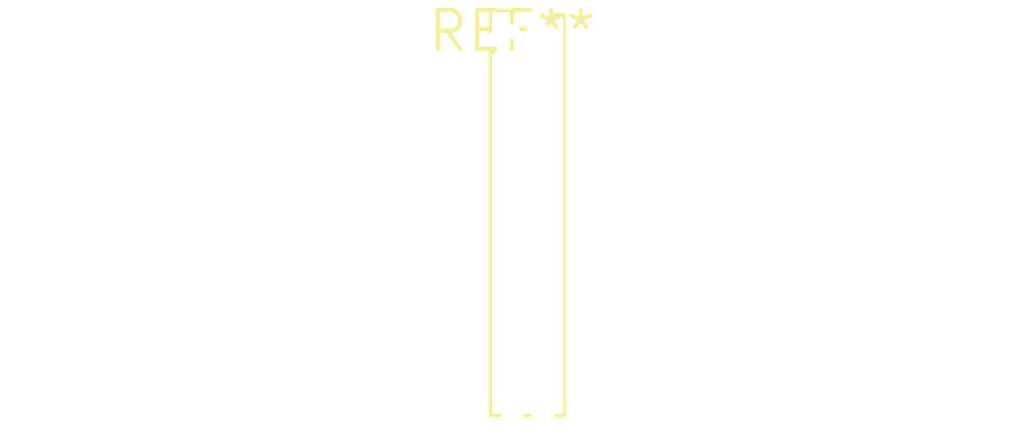
<source format=kicad_pcb>
(kicad_pcb (version 20240108) (generator pcbnew)
  (layers (0 "F.Cu" signal) (31 "B.Cu" signal) (34 "B.Paste" user) (35 "F.Paste" user) (36 "B.SilkS" user "B.Silkscreen") (37 "F.SilkS" user "F.Silkscreen") (38 "B.Mask" user) (39 "F.Mask" user) (44 "Edge.Cuts" user))
  (net 0 "")
  (footprint "PinHeader_2x13_P1.00mm_Vertical" (layer "F.Cu") (at 0 0)
    (property "Reference" "REF**")
    (property "Value" "PinHeader_2x13_P1.00mm_Vertical")
    (fp_line (start -0.71 -0.685) (end 0 -0.685) (layer "F.SilkS") (stroke (width 0.12)))
    (fp_line (start -0.71 0) (end -0.71 -0.685) (layer "F.SilkS") (stroke (width 0.12)))
    (fp_line (start -0.71 0.685) (end -0.71 12.56) (layer "F.SilkS") (stroke (width 0.12)))
    (fp_line (start -0.71 0.685) (end -0.608276 0.685) (layer "F.SilkS") (stroke (width 0.12)))
    (fp_line (start -0.71 12.56) (end -0.394493 12.56) (layer "F.SilkS") (stroke (width 0.12)))
    (fp_line (start 0.394493 12.56) (end 0.605507 12.56) (layer "F.SilkS") (stroke (width 0.12)))
    (fp_line (start 1.394493 -0.56) (end 1.71 -0.56) (layer "F.SilkS") (stroke (width 0.12)))
    (fp_line (start 1.394493 12.56) (end 1.71 12.56) (layer "F.SilkS") (stroke (width 0.12)))
    (fp_line (start 1.71 -0.56) (end 1.71 12.56) (layer "F.SilkS") (stroke (width 0.12)))
    (pad "1" thru_hole rect (at 0 0) (size 0.85 0.85) (drill 0.5) (layers *.Cu *.Mask) (remove_unused_layers))
    (pad "2" thru_hole oval (at 1 0) (size 0.85 0.85) (drill 0.5) (layers *.Cu *.Mask) (remove_unused_layers))
    (pad "3" thru_hole oval (at 0 1) (size 0.85 0.85) (drill 0.5) (layers *.Cu *.Mask) (remove_unused_layers))
    (pad "4" thru_hole oval (at 1 1) (size 0.85 0.85) (drill 0.5) (layers *.Cu *.Mask) (remove_unused_layers))
    (pad "5" thru_hole oval (at 0 2) (size 0.85 0.85) (drill 0.5) (layers *.Cu *.Mask) (remove_unused_layers))
    (pad "6" thru_hole oval (at 1 2) (size 0.85 0.85) (drill 0.5) (layers *.Cu *.Mask) (remove_unused_layers))
    (pad "7" thru_hole oval (at 0 3) (size 0.85 0.85) (drill 0.5) (layers *.Cu *.Mask) (remove_unused_layers))
    (pad "8" thru_hole oval (at 1 3) (size 0.85 0.85) (drill 0.5) (layers *.Cu *.Mask) (remove_unused_layers))
    (pad "9" thru_hole oval (at 0 4) (size 0.85 0.85) (drill 0.5) (layers *.Cu *.Mask) (remove_unused_layers))
    (pad "10" thru_hole oval (at 1 4) (size 0.85 0.85) (drill 0.5) (layers *.Cu *.Mask) (remove_unused_layers))
    (pad "11" thru_hole oval (at 0 5) (size 0.85 0.85) (drill 0.5) (layers *.Cu *.Mask) (remove_unused_layers))
    (pad "12" thru_hole oval (at 1 5) (size 0.85 0.85) (drill 0.5) (layers *.Cu *.Mask) (remove_unused_layers))
    (pad "13" thru_hole oval (at 0 6) (size 0.85 0.85) (drill 0.5) (layers *.Cu *.Mask) (remove_unused_layers))
    (pad "14" thru_hole oval (at 1 6) (size 0.85 0.85) (drill 0.5) (layers *.Cu *.Mask) (remove_unused_layers))
    (pad "15" thru_hole oval (at 0 7) (size 0.85 0.85) (drill 0.5) (layers *.Cu *.Mask) (remove_unused_layers))
    (pad "16" thru_hole oval (at 1 7) (size 0.85 0.85) (drill 0.5) (layers *.Cu *.Mask) (remove_unused_layers))
    (pad "17" thru_hole oval (at 0 8) (size 0.85 0.85) (drill 0.5) (layers *.Cu *.Mask) (remove_unused_layers))
    (pad "18" thru_hole oval (at 1 8) (size 0.85 0.85) (drill 0.5) (layers *.Cu *.Mask) (remove_unused_layers))
    (pad "19" thru_hole oval (at 0 9) (size 0.85 0.85) (drill 0.5) (layers *.Cu *.Mask) (remove_unused_layers))
    (pad "20" thru_hole oval (at 1 9) (size 0.85 0.85) (drill 0.5) (layers *.Cu *.Mask) (remove_unused_layers))
    (pad "21" thru_hole oval (at 0 10) (size 0.85 0.85) (drill 0.5) (layers *.Cu *.Mask) (remove_unused_layers))
    (pad "22" thru_hole oval (at 1 10) (size 0.85 0.85) (drill 0.5) (layers *.Cu *.Mask) (remove_unused_layers))
    (pad "23" thru_hole oval (at 0 11) (size 0.85 0.85) (drill 0.5) (layers *.Cu *.Mask) (remove_unused_layers))
    (pad "24" thru_hole oval (at 1 11) (size 0.85 0.85) (drill 0.5) (layers *.Cu *.Mask) (remove_unused_layers))
    (pad "25" thru_hole oval (at 0 12) (size 0.85 0.85) (drill 0.5) (layers *.Cu *.Mask) (remove_unused_layers))
    (pad "26" thru_hole oval (at 1 12) (size 0.85 0.85) (drill 0.5) (layers *.Cu *.Mask) (remove_unused_layers))
  )
)
</source>
